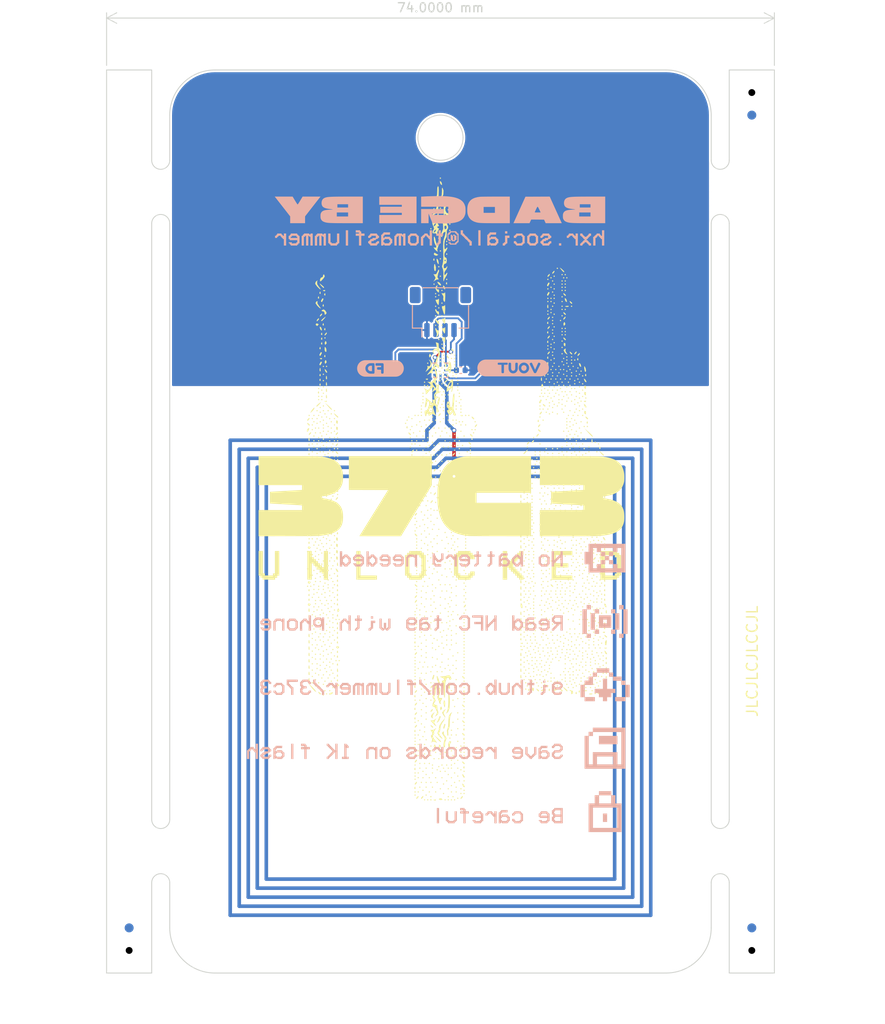
<source format=kicad_pcb>
(kicad_pcb (version 20221018) (generator pcbnew)
  (title_block (title "37c3 Badge") (date "2023-12-10") (company "hxr.dk") (comment 1 "CC-BY-SA"))
  (layers (0 "F.Cu" signal) (31 "B.Cu" signal) (34 "B.Paste" user) (35 "F.Paste" user) (36 "B.SilkS" user "B.Silkscreen") (37 "F.SilkS" user "F.Silkscreen") (38 "B.Mask" user) (39 "F.Mask" user) (44 "Edge.Cuts" user))
  (net 0 "")
  (net 1 "VCC")
  (net 2 "GND")
  (net 3 "/SDA")
  (net 4 "/SCL")
  (net 5 "Net-(U1-Vout)")
  (net 6 "Net-(U1-FD)")
  (net 7 "/COIL")
  (footprint "Mechanical:MouseBiteHole" (layer "F.Cu") (at 130.25 137.25)
    (fp_text reference "REF**" hide)
    (fp_text value "MouseBiteHole" hide)
    (pad "" np_thru_hole circle (at 0 0) (size 0.4 0.4) (drill 0.4) (layers "F&B.Cu" "*.Mask"))
  )
  (footprint "Mechanical:MouseBiteHole" (layer "F.Cu") (at 130.25 61.25)
    (fp_text reference "REF**" hide)
    (fp_text value "MouseBiteHole" hide)
    (pad "" np_thru_hole circle (at 0 0) (size 0.4 0.4) (drill 0.4) (layers "*.Cu" "*.Mask"))
  )
  (footprint "Mechanical:MouseBiteHole" (layer "F.Cu") (at 69.75 62)
    (fp_text reference "REF**" hide)
    (fp_text value "MouseBiteHole" hide)
    (pad "" np_thru_hole circle (at 0 0) (size 0.4 0.4) (drill 0.4) (layers "F&B.Cu" "*.Mask"))
  )
  (footprint "Mechanical:JLC-PCBA-Production-Hole" (layer "F.Cu") (at 65.5 147.5 -90)
    (fp_text reference "REF**" hide)
    (fp_text value "JLC-PCBA-Production-Hole" hide)
    (pad "" np_thru_hole circle (at 0 0 270) (size 1.152 1.152) (drill 0.762) (layers "*.Mask"))
  )
  (footprint "LOGO" (layer "F.Cu") (at 100.1 99.6)
    (fp_text reference "G***" hide)
    (fp_text value "LOGO" hide)
  )
  (footprint "LOGO" (layer "F.Cu") (at 99.9 96.4)
    (fp_text reference "G***" hide)
    (fp_text value "LOGO" hide)
  )
  (footprint "Mechanical:MouseBiteHole" (layer "F.Cu") (at 130.25 138.75)
    (fp_text reference "REF**" hide)
    (fp_text value "MouseBiteHole" hide)
    (pad "" np_thru_hole circle (at 0 0) (size 0.4 0.4) (drill 0.4) (layers "F&B.Cu" "*.Mask"))
  )
  (footprint "Mechanical:MouseBiteHole" (layer "F.Cu") (at 130.25 65.75)
    (fp_text reference "REF**" hide)
    (fp_text value "MouseBiteHole" hide)
    (pad "" np_thru_hole circle (at 0 0) (size 0.4 0.4) (drill 0.4) (layers "F&B.Cu" "*.Mask"))
  )
  (footprint "Mechanical:MouseBiteHole" (layer "F.Cu") (at 130.25 62.75)
    (fp_text reference "REF**" hide)
    (fp_text value "MouseBiteHole" hide)
    (pad "" np_thru_hole circle (at 0 0) (size 0.4 0.4) (drill 0.4) (layers "F&B.Cu" "*.Mask"))
  )
  (footprint "Mechanical:MouseBiteHole" (layer "F.Cu") (at 130.25 135)
    (fp_text reference "REF**" hide)
    (fp_text value "MouseBiteHole" hide)
    (pad "" np_thru_hole circle (at 0 0) (size 0.4 0.4) (drill 0.4) (layers "F&B.Cu" "*.Mask"))
  )
  (footprint "Mechanical:MouseBiteHole" (layer "F.Cu") (at 130.25 64.25)
    (fp_text reference "REF**" hide)
    (fp_text value "MouseBiteHole" hide)
    (pad "" np_thru_hole circle (at 0 0) (size 0.4 0.4) (drill 0.4) (layers "F&B.Cu" "*.Mask"))
  )
  (footprint "Mechanical:MouseBiteHole" (layer "F.Cu") (at 69.75 65)
    (fp_text reference "REF**" hide)
    (fp_text value "MouseBiteHole" hide)
    (pad "" np_thru_hole circle (at 0 0) (size 0.4 0.4) (drill 0.4) (layers "F&B.Cu" "*.Mask"))
  )
  (footprint "Mechanical:MouseBiteHole" (layer "F.Cu") (at 69.75 61.25)
    (fp_text reference "REF**" hide)
    (fp_text value "MouseBiteHole" hide)
    (pad "" np_thru_hole circle (at 0 0) (size 0.4 0.4) (drill 0.4) (layers "F&B.Cu" "*.Mask"))
  )
  (footprint "Mechanical:MouseBiteHole" (layer "F.Cu") (at 130.25 62)
    (fp_text reference "REF**" hide)
    (fp_text value "MouseBiteHole" hide)
    (pad "" np_thru_hole circle (at 0 0) (size 0.4 0.4) (drill 0.4) (layers "F&B.Cu" "*.Mask"))
  )
  (footprint "Mechanical:MouseBiteHole" (layer "F.Cu") (at 69.75 62.75)
    (fp_text reference "REF**" hide)
    (fp_text value "MouseBiteHole" hide)
    (pad "" np_thru_hole circle (at 0 0) (size 0.4 0.4) (drill 0.4) (layers "F&B.Cu" "*.Mask"))
  )
  (footprint "Mechanical:MouseBiteHole" (layer "F.Cu") (at 69.75 138.75)
    (fp_text reference "REF**" hide)
    (fp_text value "MouseBiteHole" hide)
    (pad "" np_thru_hole circle (at 0 0) (size 0.4 0.4) (drill 0.4) (layers "F&B.Cu" "*.Mask"))
  )
  (footprint "Mechanical:MouseBiteHole" (layer "F.Cu") (at 69.75 138)
    (fp_text reference "REF**" hide)
    (fp_text value "MouseBiteHole" hide)
    (pad "" np_thru_hole circle (at 0 0) (size 0.4 0.4) (drill 0.4) (layers "F&B.Cu" "*.Mask"))
  )
  (footprint "Mechanical:MouseBiteHole" (layer "F.Cu") (at 130.25 65)
    (fp_text reference "REF**" hide)
    (fp_text value "MouseBiteHole" hide)
    (pad "" np_thru_hole circle (at 0 0) (size 0.4 0.4) (drill 0.4) (layers "F&B.Cu" "*.Mask"))
  )
  (footprint "Mechanical:MouseBiteHole" (layer "F.Cu") (at 130.25 63.5)
    (fp_text reference "REF**" hide)
    (fp_text value "MouseBiteHole" hide)
    (pad "" np_thru_hole circle (at 0 0) (size 0.4 0.4) (drill 0.4) (layers "F&B.Cu" "*.Mask"))
  )
  (footprint "Mechanical:MouseBiteHole" (layer "F.Cu") (at 69.75 65.75)
    (fp_text reference "REF**" hide)
    (fp_text value "MouseBiteHole" hide)
    (pad "" np_thru_hole circle (at 0 0) (size 0.4 0.4) (drill 0.4) (layers "F&B.Cu" "*.Mask"))
  )
  (footprint "Mechanical:MouseBiteHole" (layer "F.Cu") (at 130.25 135.75)
    (fp_text reference "REF**" hide)
    (fp_text value "MouseBiteHole" hide)
    (pad "" np_thru_hole circle (at 0 0) (size 0.4 0.4) (drill 0.4) (layers "F&B.Cu" "*.Mask"))
  )
  (footprint "Mechanical:MouseBiteHole" (layer "F.Cu") (at 69.75 134.25)
    (fp_text reference "REF**" hide)
    (fp_text value "MouseBiteHole" hide)
    (pad "" np_thru_hole circle (at 0 0) (size 0.4 0.4) (drill 0.4) (layers "F&B.Cu" "*.Mask"))
  )
  (footprint "Mechanical:MouseBiteHole" (layer "F.Cu") (at 69.75 135.75)
    (fp_text reference "REF**" hide)
    (fp_text value "MouseBiteHole" hide)
    (pad "" np_thru_hole circle (at 0 0) (size 0.4 0.4) (drill 0.4) (layers "F&B.Cu" "*.Mask"))
  )
  (footprint "Mechanical:MouseBiteHole" (layer "F.Cu") (at 69.75 137.25)
    (fp_text reference "REF**" hide)
    (fp_text value "MouseBiteHole" hide)
    (pad "" np_thru_hole circle (at 0 0) (size 0.4 0.4) (drill 0.4) (layers "F&B.Cu" "*.Mask"))
  )
  (footprint "Mechanical:MouseBiteHole" (layer "F.Cu") (at 130.25 136.5)
    (fp_text reference "REF**" hide)
    (fp_text value "MouseBiteHole" hide)
    (pad "" np_thru_hole circle (at 0 0) (size 0.4 0.4) (drill 0.4) (layers "F&B.Cu" "*.Mask"))
  )
  (footprint "Mechanical:JLC-PCBA-Production-Hole" (layer "F.Cu") (at 134.5 52.5 -90)
    (fp_text reference "REF**" hide)
    (fp_text value "JLC-PCBA-Production-Hole" hide)
    (pad "" np_thru_hole circle (at 0 0 270) (size 1.152 1.152) (drill 0.762) (layers "*.Mask"))
  )
  (footprint "Mechanical:MouseBiteHole" (layer "F.Cu") (at 130.25 138)
    (fp_text reference "REF**" hide)
    (fp_text value "MouseBiteHole" hide)
    (pad "" np_thru_hole circle (at 0 0) (size 0.4 0.4) (drill 0.4) (layers "F&B.Cu" "*.Mask"))
  )
  (footprint "Mechanical:MouseBiteHole" (layer "F.Cu") (at 130.25 134.25)
    (fp_text reference "REF**" hide)
    (fp_text value "MouseBiteHole" hide)
    (pad "" np_thru_hole circle (at 0 0) (size 0.4 0.4) (drill 0.4) (layers "F&B.Cu" "*.Mask"))
  )
  (footprint "Mechanical:MouseBiteHole" (layer "F.Cu") (at 69.75 135)
    (fp_text reference "REF**" hide)
    (fp_text value "MouseBiteHole" hide)
    (pad "" np_thru_hole circle (at 0 0) (size 0.4 0.4) (drill 0.4) (layers "F&B.Cu" "*.Mask"))
  )
  (footprint "Mechanical:JLC-PCBA-Production-Hole" (layer "F.Cu") (at 134.5 147.5 -90)
    (fp_text reference "REF**" hide)
    (fp_text value "JLC-PCBA-Production-Hole" hide)
    (pad "" np_thru_hole circle (at 0 0 270) (size 1.152 1.152) (drill 0.762) (layers "*.Mask"))
  )
  (footprint "Mechanical:MouseBiteHole" (layer "F.Cu") (at 69.75 64.25)
    (fp_text reference "REF**" hide)
    (fp_text value "MouseBiteHole" hide)
    (pad "" np_thru_hole circle (at 0 0) (size 0.4 0.4) (drill 0.4) (layers "F&B.Cu" "*.Mask"))
  )
  (footprint "Mechanical:MouseBiteHole" (layer "F.Cu") (at 69.75 63.5)
    (fp_text reference "REF**" hide)
    (fp_text value "MouseBiteHole" hide)
    (pad "" np_thru_hole circle (at 0 0) (size 0.4 0.4) (drill 0.4) (layers "F&B.Cu" "*.Mask"))
  )
  (footprint "Mechanical:MouseBiteHole" (layer "F.Cu") (at 69.75 136.5)
    (fp_text reference "REF**" hide)
    (fp_text value "MouseBiteHole" hide)
    (pad "" np_thru_hole circle (at 0 0) (size 0.4 0.4) (drill 0.4) (layers "F&B.Cu" "*.Mask"))
  )
  (footprint "Fiducial:Fiducial_1mm_Mask2mm" (layer "B.Cu") (at 134.5 55 180)
    (fp_text reference "REF**" hide)
    (fp_text value "Fiducial_1mm_Mask2mm" hide)
    (pad "" smd circle (at 0 0 180) (size 1 1) (layers "B.Cu" "B.Mask") (clearance 0.5))
  )
  (footprint "LOGO" (layer "B.Cu") (at 100.1 106.6 180)
    (fp_text reference "G***" hide)
    (fp_text value "LOGO" hide)
  )
  (footprint "LOGO" (layer "B.Cu") (at 100.1 66.5 180)
    (fp_text reference "G***" hide)
    (fp_text value "LOGO" hide)
  )
  (footprint "Capacitor_SMD:C_0402_1005Metric" (layer "B.Cu") (at 102.25 83.25)
    (fp_text reference "C1" hide)
    (fp_text value "100nF")
    (pad "1" smd roundrect (at -0.48 0) (size 0.56 0.62) (layers "B.Cu" "B.Paste" "B.Mask") (net 1 "VCC"))
    (pad "2" smd roundrect (at 0.48 0) (size 0.56 0.62) (layers "B.Cu" "B.Paste" "B.Mask") (net 2 "GND"))
  )
  (footprint "TestPoint:TestPoint_Pad_D1.0mm" (layer "B.Cu") (at 95 83.05 180)
    (fp_text reference "TP2" hide)
    (fp_text value "FieldDetect")
    (pad "1" smd circle (at 0 0 180) (size 1 1) (layers "B.Cu" "B.Mask") (net 6 "Net-(U1-FD)"))
  )
  (footprint "SMD_Semiconductors:NXP-XQFN-8-1.6x1.6mm" (layer "B.Cu") (at 100 83.25 180)
    (fp_text reference "U1" hide)
    (fp_text value "NT3H2111")
    (pad "1" smd rect (at 0.6 -0.55 180) (size 0.4 0.32) (layers "B.Cu" "B.Paste" "B.Mask") (net 7 "/COIL"))
    (pad "2" smd rect (at 0.6 0 180) (size 0.4 0.22) (layers "B.Cu" "B.Paste" "B.Mask") (net 2 "GND"))
    (pad "3" smd rect (at 0.6 0.5 180) (size 0.4 0.22) (layers "B.Cu" "B.Paste" "B.Mask") (net 4 "/SCL"))
    (pad "4" smd rect (at 0 0.6 270) (size 0.4 0.22) (layers "B.Cu" "B.Paste" "B.Mask") (net 6 "Net-(U1-FD)"))
    (pad "5" smd rect (at -0.6 0.5 180) (size 0.4 0.22) (layers "B.Cu" "B.Paste" "B.Mask") (net 3 "/SDA"))
    (pad "6" smd rect (at -0.6 0 180) (size 0.4 0.22) (layers "B.Cu" "B.Paste" "B.Mask") (net 1 "VCC"))
    (pad "7" smd rect (at -0.6 -0.5 180) (size 0.4 0.22) (layers "B.Cu" "B.Paste" "B.Mask") (net 5 "Net-(U1-Vout)"))
    (pad "8" smd rect (at 0 -0.6 270) (size 0.4 0.22) (layers "B.Cu" "B.Paste" "B.Mask") (net 7 "/COIL"))
  )
  (footprint "kibuzzard-6575C613" (layer "B.Cu") (at 108.05 83 180)
    (fp_text reference "kibuzzard-6575C613" hide)
    (fp_text value "G***" hide)
  )
  (footprint "Fiducial:Fiducial_1mm_Mask2mm" (layer "B.Cu") (at 134.5 145 180)
    (fp_text reference "REF**" hide)
    (fp_text value "Fiducial_1mm_Mask2mm" hide)
    (pad "" smd circle (at 0 0 180) (size 1 1) (layers "B.Cu" "B.Mask") (clearance 0.5))
  )
  (footprint "kibuzzard-6575C5F7" (layer "B.Cu") (at 93.35 83.05 180)
    (fp_text reference "kibuzzard-6575C5F7" hide)
    (fp_text value "G***" hide)
  )
  (footprint "Connector_JST:JST_SH_SM04B-SRSS-TB_1x04-1MP_P1.00mm_Horizontal" (layer "B.Cu") (at 100 76.8)
    (fp_text reference "J1" hide)
    (fp_text value "LCSC C7430446")
    (pad "1" smd roundrect (at -1.5 2) (size 0.6 1.55) (layers "B.Cu" "B.Paste" "B.Mask") (net 2 "GND"))
    (pad "2" smd roundrect (at -0.5 2) (size 0.6 1.55) (layers "B.Cu" "B.Paste" "B.Mask") (net 1 "VCC"))
    (pad "3" smd roundrect (at 0.5 2) (size 0.6 1.55) (layers "B.Cu" "B.Paste" "B.Mask") (net 3 "/SDA"))
    (pad "4" smd roundrect (at 1.5 2) (size 0.6 1.55) (layers "B.Cu" "B.Paste" "B.Mask") (net 4 "/SCL"))
    (pad "MP" smd roundrect (at -2.8 -1.875) (size 1.2 1.8) (layers "B.Cu" "B.Paste" "B.Mask") (roundrect_rratio 0.2083333333))
    (pad "MP" smd roundrect (at 2.8 -1.875) (size 1.2 1.8) (layers "B.Cu" "B.Paste" "B.Mask") (roundrect_rratio 0.2083333333))
  )
  (footprint "Fiducial:Fiducial_1mm_Mask2mm" (layer "B.Cu") (at 65.5 145 180)
    (fp_text reference "REF**" hide)
    (fp_text value "Fiducial_1mm_Mask2mm" hide)
    (pad "" smd circle (at 0 0 180) (size 1 1) (layers "B.Cu" "B.Mask") (clearance 0.5))
  )
  (footprint "TestPoint:TestPoint_Pad_D1.0mm" (layer "B.Cu") (at 105 83 180)
    (fp_text reference "TP1" hide)
    (fp_text value "VOUT")
    (pad "1" smd circle (at 0 0 180) (size 1 1) (layers "B.Cu" "B.Mask") (net 5 "Net-(U1-Vout)"))
  )
  (gr_line (start 130 67) (end 130 133) (stroke (width 0.1)) (layer "Edge.Cuts"))
  (gr_arc (start 75 150) (mid 71.464466 148.535534) (end 70 145) (stroke (width 0.1)) (layer "Edge.Cuts"))
  (gr_line (start 132 150) (end 132 140) (stroke (width 0.1)) (layer "Edge.Cuts"))
  (gr_line (start 132.000001 50.000001) (end 132 60) (stroke (width 0.1)) (layer "Edge.Cuts"))
  (gr_line (start 130 140) (end 130 145) (stroke (width 0.1)) (layer "Edge.Cuts"))
  (gr_line (start 130 55) (end 130 60) (stroke (width 0.1)) (layer "Edge.Cuts"))
  (gr_line (start 63.000001 50.000001) (end 68.000001 50.000001) (stroke (width 0.1)) (layer "Edge.Cuts"))
  (gr_line (start 132 50) (end 137 50) (stroke (width 0.1)) (layer "Edge.Cuts"))
  (gr_line (start 68 150) (end 62.999998 150) (stroke (width 0.1)) (layer "Edge.Cuts"))
  (gr_arc (start 132 60) (mid 131 61) (end 130 60) (stroke (width 0.1)) (layer "Edge.Cuts"))
  (gr_line (start 68.000001 149.999999) (end 68 140) (stroke (width 0.1)) (layer "Edge.Cuts"))
  (gr_line (start 70 140) (end 70 145) (stroke (width 0.1)) (layer "Edge.Cuts"))
  (gr_arc (start 70 60) (mid 69 61) (end 68 60) (stroke (width 0.1)) (layer "Edge.Cuts"))
  (gr_line (start 62.999998 150) (end 63.000001 50.000001) (stroke (width 0.1)) (layer "Edge.Cuts"))
  (gr_line (start 132 133) (end 132 67.000001) (stroke (width 0.1)) (layer "Edge.Cuts"))
  (gr_line (start 68.000001 50.000001) (end 68 60) (stroke (width 0.1)) (layer "Edge.Cuts"))
  (gr_line (start 137 150) (end 132 150) (stroke (width 0.1)) (layer "Edge.Cuts"))
  (gr_arc (start 70.000003 132.999996) (mid 69.000001 134.000004) (end 67.999998 132.999999) (stroke (width 0.1)) (layer "Edge.Cuts"))
  (gr_line (start 68 67) (end 68 132.999999) (stroke (width 0.1)) (layer "Edge.Cuts"))
  (gr_arc (start 68 140) (mid 69 139) (end 70 140) (stroke (width 0.1)) (layer "Edge.Cuts"))
  (gr_arc (start 102.5 57.5) (mid 100 59.999999) (end 97.5 57.5) (stroke (width 0.1)) (layer "Edge.Cuts"))
  (gr_arc (start 130 140) (mid 131 139) (end 132 140) (stroke (width 0.1)) (layer "Edge.Cuts"))
  (gr_arc (start 70 55) (mid 71.464466 51.464466) (end 75 50) (stroke (width 0.1)) (layer "Edge.Cuts"))
  (gr_line (start 125 150) (end 75 150) (stroke (width 0.1)) (layer "Edge.Cuts"))
  (gr_arc (start 130 145) (mid 128.535534 148.535534) (end 125 150) (stroke (width 0.1)) (layer "Edge.Cuts"))
  (gr_arc (start 125 50) (mid 128.535534 51.464466) (end 130 55) (stroke (width 0.1)) (layer "Edge.Cuts"))
  (gr_line (start 70 133) (end 70 67) (stroke (width 0.1)) (layer "Edge.Cuts"))
  (gr_line (start 137 50) (end 137 150) (stroke (width 0.1)) (layer "Edge.Cuts"))
  (gr_arc (start 97.5 57.5) (mid 100 55) (end 102.5 57.5) (stroke (width 0.1)) (layer "Edge.Cuts"))
  (gr_arc (start 129.999999 67.000002) (mid 130.999999 65.999999) (end 132.000002 67.000001) (stroke (width 0.1)) (layer "Edge.Cuts"))
  (gr_line (start 75 50) (end 125 50) (stroke (width 0.1)) (layer "Edge.Cuts"))
  (gr_arc (start 132 133) (mid 131 134) (end 130 133) (stroke (width 0.1)) (layer "Edge.Cuts"))
  (gr_arc (start 68 67) (mid 69 66) (end 70.000002 67.000001) (stroke (width 0.1)) (layer "Edge.Cuts"))
  (gr_line (start 70 55) (end 70 60) (stroke (width 0.1)) (layer "Edge.Cuts"))
  (gr_text "JLCJLCJLCCJL" (at 135.25 121.75 90) (layer "F.SilkS") (effects (font (size 1.2 1.2)) (justify left bottom)))
  (dimension (type aligned) (layer "Edge.Cuts") (pts (xy 63.000001 50.000001) (xy 137 50.000001)) (height -5.750001) (gr_text "74.0000 mm" (at 100.000001 43.1) (layer "Edge.Cuts") (effects (font (size 1 1) (thickness 0.15)))) (format (prefix "") (suffix "") (units 3) (units_format 1) (precision 4)) (style (thickness 0.1) (arrow_length 1.27) (text_position_mode 0) (extension_height 0.58642) (extension_offset 0.5) keep_text_aligned))
  (segment (start 101.77 80.305) (end 102.35 79.725) (width 0.2) (layer "B.Cu") (net 1))
  (segment (start 102.35 77.9) (end 101.95 77.5) (width 0.2) (layer "B.Cu") (net 1))
  (segment (start 99.5 77.8) (end 99.5 78.8) (width 0.2) (layer "B.Cu") (net 1))
  (segment (start 101.95 77.5) (end 99.8 77.5) (width 0.2) (layer "B.Cu") (net 1))
  (segment (start 101.77 80.305) (end 101.77 83.25) (width 0.2) (layer "B.Cu") (net 1))
  (segment (start 100.6 83.25) (end 101.77 83.25) (width 0.2) (layer "B.Cu") (net 1))
  (segment (start 102.35 79.725) (end 102.35 77.9) (width 0.2) (layer "B.Cu") (net 1))
  (segment (start 99.8 77.5) (end 99.5 77.8) (width 0.2) (layer "B.Cu") (net 1))
  (segment (start 99.4 83.25) (end 98.8 83.25) (width 0.2) (layer "B.Cu") (net 2))
  (segment (start 100.5 79.85) (end 100.5 78.8) (width 0.2) (layer "B.Cu") (net 3))
  (segment (start 100.6 79.95) (end 100.5 79.85) (width 0.2) (layer "B.Cu") (net 3))
  (segment (start 100.6 79.95) (end 100.6 82.75) (width 0.2) (layer "B.Cu") (net 3))
  (segment (start 99.4 81.85) (end 100.05 81.2) (width 0.2) (layer "F.Cu") (net 4))
  (segment (start 100.05 81.2) (end 101.15 81.2) (width 0.2) (layer "F.Cu") (net 4))
  (via (at 99.4 81.85) (size 0.5) (drill 0.3) (layers "F.Cu" "B.Cu") (net 4))
  (via (at 101.15 81.2) (size 0.5) (drill 0.3) (layers "F.Cu" "B.Cu") (net 4))
  (segment (start 101.15 80.175) (end 101.5 79.825) (width 0.2) (layer "B.Cu") (net 4))
  (segment (start 101.15 80.175) (end 101.15 81.2) (width 0.2) (layer "B.Cu") (net 4))
  (segment (start 101.5 79.825) (end 101.5 78.8) (width 0.2) (layer "B.Cu") (net 4))
  (segment (start 99.4 82.75) (end 99.4 81.85) (width 0.2) (layer "B.Cu") (net 4))
  (segment (start 101 84.15) (end 103.85 84.15) (width 0.2) (layer "B.Cu") (net 5))
  (segment (start 100.6 83.75) (end 101 84.15) (width 0.2) (layer "B.Cu") (net 5))
  (segment (start 103.85 84.15) (end 105 83) (width 0.2) (layer "B.Cu") (net 5))
  (segment (start 100 81.35) (end 99.6 80.95) (width 0.2) (layer "B.Cu") (net 6))
  (segment (start 95 81.3) (end 95 83.05) (width 0.2) (layer "B.Cu") (net 6))
  (segment (start 95.35 80.95) (end 95 81.3) (width 0.2) (layer "B.Cu") (net 6))
  (segment (start 99.6 80.95) (end 95.35 80.95) (width 0.2) (layer "B.Cu") (net 6))
  (segment (start 100 82.65) (end 100 81.35) (width 0.2) (layer "B.Cu") (net 6))
  (segment (start 101.5 95) (end 101.5 89.9) (width 0.4) (layer "F.Cu") (net 7))
  (via (at 101.5 95) (size 0.5) (drill 0.3) (layers "F.Cu" "B.Cu") (net 7))
  (via (at 101.5 89.9) (size 0.5) (drill 0.3) (layers "F.Cu" "B.Cu") (net 7))
  (segment (start 123.3 143.6) (end 76.7 143.6) (width 0.4) (layer "B.Cu") (net 7))
  (segment (start 76.7 143.6) (end 76.7 91) (width 0.4) (layer "B.Cu") (net 7))
  (segment (start 79.7 140.6) (end 79.7 94) (width 0.4) (layer "B.Cu") (net 7))
  (segment (start 120.3 140.6) (end 79.7 140.6) (width 0.4) (layer "B.Cu") (net 7))
  (segment (start 77.7 92) (end 98.8 92) (width 0.4) (layer "B.Cu") (net 7))
  (segment (start 100.6 93) (end 121.3 93) (width 0.4) (layer "B.Cu") (net 7))
  (segment (start 123.3 91) (end 123.3 143.6) (width 0.4) (layer "B.Cu") (net 7))
  (segment (start 99.3 89.1) (end 99.3 84.6) (width 0.4) (layer "B.Cu") (net 7))
  (segment (start 98.5 91) (end 98.5 89.9) (width 0.4) (layer "B.Cu") (net 7))
  (segment (start 100.7 85.4) (end 100 84.7) (width 0.4) (layer "B.Cu") (net 7))
  (segment (start 78.7 93) (end 99.2 93) (width 0.4) (layer "B.Cu") (net 7))
  (segment (start 99.2 93) (end 100.2 92) (width 0.4) (layer "B.Cu") (net 7))
  (segment (start 121.3 93) (end 121.3 141.6) (width 0.4) (layer "B.Cu") (net 7))
  (segment (start 99.4 83.8) (end 99.4 84.5) (width 0.2) (layer "B.Cu") (net 7))
  (segment (start 98.8 92) (end 99.8 91) (width 0.4) (layer "B.Cu") (net 7))
  (segment (start 122.3 142.6) (end 77.7 142.6) (width 0.4) (layer "B.Cu") (net 7))
  (segment (start 100.7 89.1) (end 100.7 85.4) (width 0.4) (layer "B.Cu") (net 7))
  (segment (start 100 95) (end 101 94) (width 0.4) (layer "B.Cu") (net 7))
  (segment (start 99.3 84.6) (end 99.4 84.5) (width 0.4) (layer "B.Cu") (net 7))
  (segment (start 78.7 141.6) (end 78.7 93) (width 0.4) (layer "B.Cu") (net 7))
  (segment (start 99.8 91) (end 123.3 91) (width 0.4) (layer "B.Cu") (net 7))
  (segment (start 101 94) (end 120.3 94) (width 0.4) (layer "B.Cu") (net 7))
  (segment (start 80.7 139.6) (end 80.7 95) (width 0.4) (layer "B.Cu") (net 7))
  (segment (start 80.7 95) (end 100 95) (width 0.4) (layer "B.Cu") (net 7))
  (segment (start 120.3 94) (end 120.3 140.6) (width 0.4) (layer "B.Cu") (net 7))
  (segment (start 77.7 142.6) (end 77.7 92) (width 0.4) (layer "B.Cu") (net 7))
  (segment (start 101.5 95) (end 119.3 95) (width 0.4) (layer "B.Cu") (net 7))
  (segment (start 100 83.85) (end 100 84.5) (width 0.2) (layer "B.Cu") (net 7))
  (segment (start 76.7 91) (end 98.5 91) (width 0.4) (layer "B.Cu") (net 7))
  (segment (start 99.6 94) (end 100.6 93) (width 0.4) (layer "B.Cu") (net 7))
  (segment (start 119.3 95) (end 119.3 139.6) (width 0.4) (layer "B.Cu") (net 7))
  (segment (start 122.3 92) (end 122.3 142.6) (width 0.4) (layer "B.Cu") (net 7))
  (segment (start 98.5 89.9) (end 99.3 89.1) (width 0.4) (layer "B.Cu") (net 7))
  (segment (start 101.5 89.9) (end 100.7 89.1) (width 0.4) (layer "B.Cu") (net 7))
  (segment (start 100 84.7) (end 100 84.5) (width 0.4) (layer "B.Cu") (net 7))
  (segment (start 100.2 92) (end 122.3 92) (width 0.4) (layer "B.Cu") (net 7))
  (segment (start 121.3 141.6) (end 78.7 141.6) (width 0.4) (layer "B.Cu") (net 7))
  (segment (start 119.3 139.6) (end 80.7 139.6) (width 0.4) (layer "B.Cu") (net 7))
  (segment (start 79.7 94) (end 99.6 94) (width 0.4) (layer "B.Cu") (net 7))
  (zone (net 2) (net_name "GND") (layer "B.Cu") (connect_pads (clearance 0.2)) (min_thickness 0.2) (fill yes (thermal_gap 0.2) (thermal_bridge_width 0.2))
    (polygon (pts (xy 70.25 50) (xy 129.75 50) (xy 129.75 85) (xy 70.25 85)))
  )
)
</source>
